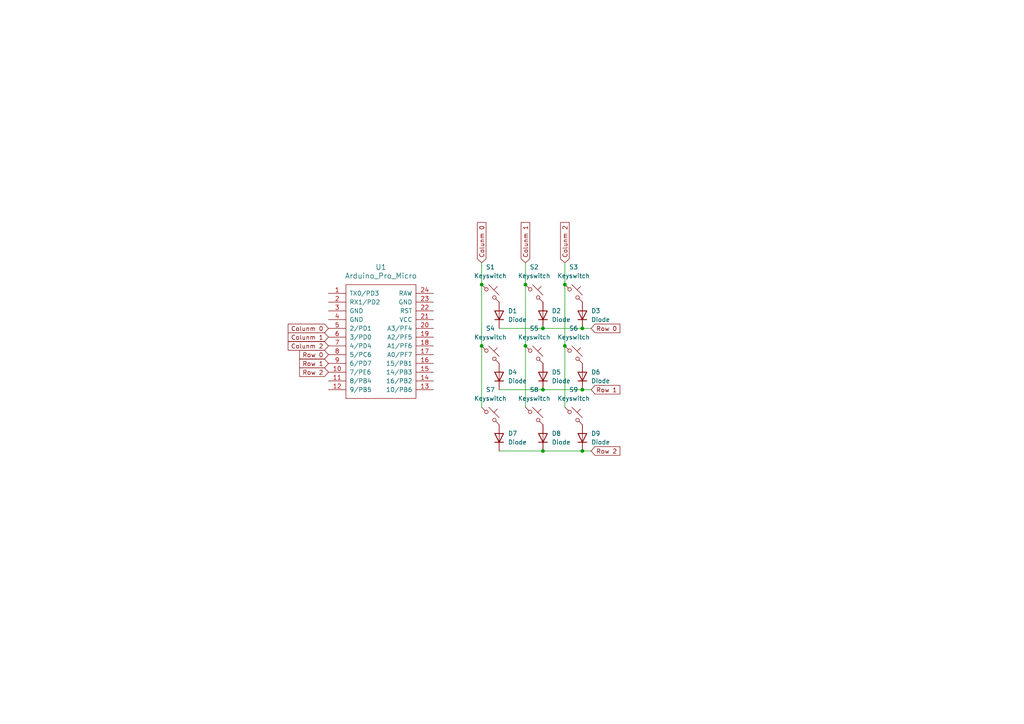
<source format=kicad_sch>
(kicad_sch (version 20231120) (generator "eeschema") (generator_version "8.0")
  (paper "A4")
  (lib_symbols
    (symbol "ScottoKeebs:MCU_Arduino_Pro_Micro" (pin_names (offset 1.016))
      (property "Reference" "U" (at 0 0 0))
      (property "Value" "Arduino_Pro_Micro" (at 0 -19.05 0))
      (symbol "MCU_Arduino_Pro_Micro_0_1"
        (rectangle (start -10.16 16.51) (end 10.16 -16.51))
      )
      (symbol "MCU_Arduino_Pro_Micro_1_1"
        (pin input line (at -15.24 13.97 0) (length 5.08) (name "TX0/PD3") (number "1"))
        (pin input line (at -15.24 -8.89 0) (length 5.08) (name "7/PE6") (number "10"))
        (pin input line (at -15.24 -11.43 0) (length 5.08) (name "8/PB4") (number "11"))
        (pin input line (at -15.24 -13.97 0) (length 5.08) (name "9/PB5") (number "12"))
        (pin input line (at 15.24 -13.97 180) (length 5.08) (name "10/PB6") (number "13"))
        (pin input line (at 15.24 -11.43 180) (length 5.08) (name "16/PB2") (number "14"))
        (pin input line (at 15.24 -8.89 180) (length 5.08) (name "14/PB3") (number "15"))
        (pin input line (at 15.24 -6.35 180) (length 5.08) (name "15/PB1") (number "16"))
        (pin input line (at 15.24 -3.81 180) (length 5.08) (name "A0/PF7") (number "17"))
        (pin input line (at 15.24 -1.27 180) (length 5.08) (name "A1/PF6") (number "18"))
        (pin input line (at 15.24 1.27 180) (length 5.08) (name "A2/PF5") (number "19"))
        (pin input line (at -15.24 11.43 0) (length 5.08) (name "RX1/PD2") (number "2"))
        (pin input line (at 15.24 3.81 180) (length 5.08) (name "A3/PF4") (number "20"))
        (pin input line (at 15.24 6.35 180) (length 5.08) (name "VCC") (number "21"))
        (pin input line (at 15.24 8.89 180) (length 5.08) (name "RST") (number "22"))
        (pin input line (at 15.24 11.43 180) (length 5.08) (name "GND") (number "23"))
        (pin input line (at 15.24 13.97 180) (length 5.08) (name "RAW") (number "24"))
        (pin input line (at -15.24 8.89 0) (length 5.08) (name "GND") (number "3"))
        (pin input line (at -15.24 6.35 0) (length 5.08) (name "GND") (number "4"))
        (pin input line (at -15.24 3.81 0) (length 5.08) (name "2/PD1") (number "5"))
        (pin input line (at -15.24 1.27 0) (length 5.08) (name "3/PD0") (number "6"))
        (pin input line (at -15.24 -1.27 0) (length 5.08) (name "4/PD4") (number "7"))
        (pin input line (at -15.24 -3.81 0) (length 5.08) (name "5/PC6") (number "8"))
        (pin input line (at -15.24 -6.35 0) (length 5.08) (name "6/PD7") (number "9"))
      )
    )
    (symbol "ScottoKeebs:Placeholder_Diode" (pin_numbers hide) (pin_names hide)
      (property "Reference" "D" (at 0 2.54 0))
      (property "Value" "Diode" (at 0 -2.54 0))
      (symbol "Placeholder_Diode_0_1"
        (polyline (pts (xy -1.27 1.27) (xy -1.27 -1.27)) (stroke (width 0.254)))
        (polyline (pts (xy 1.27 0) (xy -1.27 0)))
        (polyline (pts (xy 1.27 1.27) (xy 1.27 -1.27) (xy -1.27 0) (xy 1.27 1.27)) (stroke (width 0.254)))
      )
      (symbol "Placeholder_Diode_1_1"
        (pin passive line (at -3.81 0 0) (length 2.54) (name "K") (number "1"))
        (pin passive line (at 3.81 0 180) (length 2.54) (name "A") (number "2"))
      )
    )
    (symbol "ScottoKeebs:Placeholder_Keyswitch" (pin_numbers hide) (pin_names (offset 1.016) hide)
      (property "Reference" "S" (at 3.048 1.016 0))
      (property "Value" "Keyswitch" (at 0 -3.81 0))
      (symbol "Placeholder_Keyswitch_0_1"
        (circle (center -1.1684 1.1684) (radius 0.508))
        (polyline (pts (xy -0.508 2.54) (xy 2.54 -0.508)))
        (polyline (pts (xy 1.016 1.016) (xy 2.032 2.032)))
        (polyline (pts (xy -2.54 2.54) (xy -1.524 1.524) (xy -1.524 1.524)))
        (polyline (pts (xy 1.524 -1.524) (xy 2.54 -2.54) (xy 2.54 -2.54) (xy 2.54 -2.54)))
        (circle (center 1.143 -1.1938) (radius 0.508))
        (pin passive line (at -2.54 2.54 0) (length 0) (name "1") (number "1"))
        (pin passive line (at 2.54 -2.54 180) (length 0) (name "2") (number "2"))
      )
    )
  )
  (junction (at 168.91 95.25))
  (junction (at 163.83 82.55))
  (junction (at 163.83 100.33))
  (junction (at 139.7 100.33))
  (junction (at 152.4 82.55))
  (junction (at 157.48 95.25))
  (junction (at 139.7 82.55))
  (junction (at 157.48 113.03))
  (junction (at 168.91 130.81))
  (junction (at 152.4 100.33))
  (junction (at 157.48 130.81))
  (junction (at 168.91 113.03))
  (wire (pts (xy 152.4 100.33) (xy 152.4 118.11)))
  (wire (pts (xy 171.45 95.25) (xy 168.91 95.25)))
  (wire (pts (xy 157.48 95.25) (xy 168.91 95.25)))
  (wire (pts (xy 144.78 130.81) (xy 157.48 130.81)))
  (wire (pts (xy 163.83 82.55) (xy 163.83 100.33)))
  (wire (pts (xy 139.7 76.2) (xy 139.7 82.55)))
  (wire (pts (xy 168.91 130.81) (xy 171.45 130.81)))
  (wire (pts (xy 152.4 82.55) (xy 152.4 100.33)))
  (wire (pts (xy 157.48 113.03) (xy 168.91 113.03)))
  (wire (pts (xy 168.91 113.03) (xy 171.45 113.03)))
  (wire (pts (xy 157.48 130.81) (xy 168.91 130.81)))
  (wire (pts (xy 144.78 113.03) (xy 157.48 113.03)))
  (wire (pts (xy 139.7 100.33) (xy 139.7 118.11)))
  (wire (pts (xy 163.83 100.33) (xy 163.83 118.11)))
  (wire (pts (xy 139.7 82.55) (xy 139.7 100.33)))
  (wire (pts (xy 144.78 95.25) (xy 157.48 95.25)))
  (wire (pts (xy 163.83 76.2) (xy 163.83 82.55)))
  (wire (pts (xy 152.4 76.2) (xy 152.4 82.55)))
  (global_label "Colunm 0" (shape input) (at 95.25 95.25 180) (property "Intersheetrefs" "${INTERSHEET_REFS}" (effects (hide yes))))
  (global_label "Colunm 2" (shape input) (at 95.25 100.33 180) (property "Intersheetrefs" "${INTERSHEET_REFS}" (effects (hide yes))))
  (global_label "Colunm 0" (shape input) (at 139.7 76.2 90) (property "Intersheetrefs" "${INTERSHEET_REFS}" (effects (hide yes))))
  (global_label "Row 0" (shape input) (at 171.45 95.25 0) (property "Intersheetrefs" "${INTERSHEET_REFS}" (effects (hide yes))))
  (global_label "Colunm 1" (shape input) (at 152.4 76.2 90) (property "Intersheetrefs" "${INTERSHEET_REFS}" (effects (hide yes))))
  (global_label "Colunm 2" (shape input) (at 163.83 76.2 90) (property "Intersheetrefs" "${INTERSHEET_REFS}" (effects (hide yes))))
  (global_label "Colunm 1" (shape input) (at 95.25 97.79 180) (property "Intersheetrefs" "${INTERSHEET_REFS}" (effects (hide yes))))
  (global_label "Row 0" (shape input) (at 95.25 102.87 180) (property "Intersheetrefs" "${INTERSHEET_REFS}" (effects (hide yes))))
  (global_label "Row 2" (shape input) (at 171.45 130.81 0) (property "Intersheetrefs" "${INTERSHEET_REFS}" (effects (hide yes))))
  (global_label "Row 2" (shape input) (at 95.25 107.95 180) (property "Intersheetrefs" "${INTERSHEET_REFS}" (effects (hide yes))))
  (global_label "Row 1" (shape input) (at 95.25 105.41 180) (property "Intersheetrefs" "${INTERSHEET_REFS}" (effects (hide yes))))
  (global_label "Row 1" (shape input) (at 171.45 113.03 0) (property "Intersheetrefs" "${INTERSHEET_REFS}" (effects (hide yes))))
  (symbol (lib_id "ScottoKeebs:Placeholder_Diode") (at 144.78 109.22 90) (unit 1)
    (property "Reference" "D4" (at 147.32 107.9499 90) (effects (justify right)))
    (property "Value" "Diode" (at 147.32 110.4899 90) (effects (justify right)))
    (property "Footprint" "ScottoKeebs_Components:Diode_SOD-123" (effects (hide yes)))
    (property "Description" "1N4148 (DO-35) or 1N4148W (SOD-123)" (effects (hide yes)))
    (property "Sim.Device" "D" (effects (hide yes)))
    (property "Sim.Pins" "1=K 2=A" (effects (hide yes)))
  )
  (symbol (lib_id "ScottoKeebs:Placeholder_Diode") (at 157.48 91.44 90) (unit 1)
    (property "Reference" "D2" (at 160.02 90.1699 90) (effects (justify right)))
    (property "Value" "Diode" (at 160.02 92.7099 90) (effects (justify right)))
    (property "Footprint" "ScottoKeebs_Components:Diode_SOD-123" (effects (hide yes)))
    (property "Description" "1N4148 (DO-35) or 1N4148W (SOD-123)" (effects (hide yes)))
    (property "Sim.Device" "D" (effects (hide yes)))
    (property "Sim.Pins" "1=K 2=A" (effects (hide yes)))
  )
  (symbol (lib_id "ScottoKeebs:Placeholder_Diode") (at 144.78 127 90) (unit 1)
    (property "Reference" "D7" (at 147.32 125.7299 90) (effects (justify right)))
    (property "Value" "Diode" (at 147.32 128.2699 90) (effects (justify right)))
    (property "Footprint" "ScottoKeebs_Components:Diode_SOD-123" (effects (hide yes)))
    (property "Description" "1N4148 (DO-35) or 1N4148W (SOD-123)" (effects (hide yes)))
    (property "Sim.Device" "D" (effects (hide yes)))
    (property "Sim.Pins" "1=K 2=A" (effects (hide yes)))
  )
  (symbol (lib_id "ScottoKeebs:Placeholder_Keyswitch") (at 142.24 102.87 0) (unit 1)
    (property "Reference" "S4" (at 142.24 95.25 0))
    (property "Value" "Keyswitch" (at 142.24 97.79 0))
    (property "Footprint" "ScottoKeebs_MX:MX_PCB_1.00u" (effects (hide yes)))
    (property "Description" "Push button switch, normally open, two pins, 45° tilted" (effects (hide yes)))
  )
  (symbol (lib_id "ScottoKeebs:Placeholder_Keyswitch") (at 154.94 85.09 0) (unit 1)
    (property "Reference" "S2" (at 154.94 77.47 0))
    (property "Value" "Keyswitch" (at 154.94 80.01 0))
    (property "Footprint" "ScottoKeebs_MX:MX_PCB_1.00u" (effects (hide yes)))
    (property "Description" "Push button switch, normally open, two pins, 45° tilted" (effects (hide yes)))
  )
  (symbol (lib_id "ScottoKeebs:Placeholder_Diode") (at 168.91 109.22 90) (unit 1)
    (property "Reference" "D6" (at 171.45 107.9499 90) (effects (justify right)))
    (property "Value" "Diode" (at 171.45 110.4899 90) (effects (justify right)))
    (property "Footprint" "ScottoKeebs_Components:Diode_SOD-123" (effects (hide yes)))
    (property "Description" "1N4148 (DO-35) or 1N4148W (SOD-123)" (effects (hide yes)))
    (property "Sim.Device" "D" (effects (hide yes)))
    (property "Sim.Pins" "1=K 2=A" (effects (hide yes)))
  )
  (symbol (lib_id "ScottoKeebs:Placeholder_Keyswitch") (at 142.24 120.65 0) (unit 1)
    (property "Reference" "S7" (at 142.24 113.03 0))
    (property "Value" "Keyswitch" (at 142.24 115.57 0))
    (property "Footprint" "ScottoKeebs_MX:MX_PCB_1.00u" (effects (hide yes)))
    (property "Description" "Push button switch, normally open, two pins, 45° tilted" (effects (hide yes)))
  )
  (symbol (lib_id "ScottoKeebs:Placeholder_Diode") (at 157.48 127 90) (unit 1)
    (property "Reference" "D8" (at 160.02 125.7299 90) (effects (justify right)))
    (property "Value" "Diode" (at 160.02 128.2699 90) (effects (justify right)))
    (property "Footprint" "ScottoKeebs_Components:Diode_SOD-123" (effects (hide yes)))
    (property "Description" "1N4148 (DO-35) or 1N4148W (SOD-123)" (effects (hide yes)))
    (property "Sim.Device" "D" (effects (hide yes)))
    (property "Sim.Pins" "1=K 2=A" (effects (hide yes)))
  )
  (symbol (lib_id "ScottoKeebs:Placeholder_Keyswitch") (at 166.37 120.65 0) (unit 1)
    (property "Reference" "S9" (at 166.37 113.03 0))
    (property "Value" "Keyswitch" (at 166.37 115.57 0))
    (property "Footprint" "ScottoKeebs_MX:MX_PCB_1.00u" (effects (hide yes)))
    (property "Description" "Push button switch, normally open, two pins, 45° tilted" (effects (hide yes)))
  )
  (symbol (lib_id "ScottoKeebs:Placeholder_Keyswitch") (at 154.94 120.65 0) (unit 1)
    (property "Reference" "S8" (at 154.94 113.03 0))
    (property "Value" "Keyswitch" (at 154.94 115.57 0))
    (property "Footprint" "ScottoKeebs_MX:MX_PCB_1.00u" (effects (hide yes)))
    (property "Description" "Push button switch, normally open, two pins, 45° tilted" (effects (hide yes)))
  )
  (symbol (lib_id "ScottoKeebs:MCU_Arduino_Pro_Micro") (at 110.49 99.06 0) (unit 1)
    (property "Reference" "U1" (at 110.49 77.47 0) (effects (font (size 1.524 1.524))))
    (property "Value" "Arduino_Pro_Micro" (at 110.49 80.01 0) (effects (font (size 1.524 1.524))))
    (property "Footprint" "ScottoKeebs_MCU:Arduino_Pro_Micro" (effects (hide yes)))
  )
  (symbol (lib_id "ScottoKeebs:Placeholder_Keyswitch") (at 142.24 85.09 0) (unit 1)
    (property "Reference" "S1" (at 142.24 77.47 0))
    (property "Value" "Keyswitch" (at 142.24 80.01 0))
    (property "Footprint" "ScottoKeebs_MX:MX_PCB_1.00u" (effects (hide yes)))
    (property "Description" "Push button switch, normally open, two pins, 45° tilted" (effects (hide yes)))
  )
  (symbol (lib_id "ScottoKeebs:Placeholder_Diode") (at 144.78 91.44 90) (unit 1)
    (property "Reference" "D1" (at 147.32 90.1699 90) (effects (justify right)))
    (property "Value" "Diode" (at 147.32 92.7099 90) (effects (justify right)))
    (property "Footprint" "ScottoKeebs_Components:Diode_SOD-123" (effects (hide yes)))
    (property "Description" "1N4148 (DO-35) or 1N4148W (SOD-123)" (effects (hide yes)))
    (property "Sim.Device" "D" (effects (hide yes)))
    (property "Sim.Pins" "1=K 2=A" (effects (hide yes)))
  )
  (symbol (lib_id "ScottoKeebs:Placeholder_Diode") (at 168.91 127 90) (unit 1)
    (property "Reference" "D9" (at 171.45 125.7299 90) (effects (justify right)))
    (property "Value" "Diode" (at 171.45 128.2699 90) (effects (justify right)))
    (property "Footprint" "ScottoKeebs_Components:Diode_SOD-123" (effects (hide yes)))
    (property "Description" "1N4148 (DO-35) or 1N4148W (SOD-123)" (effects (hide yes)))
    (property "Sim.Device" "D" (effects (hide yes)))
    (property "Sim.Pins" "1=K 2=A" (effects (hide yes)))
  )
  (symbol (lib_id "ScottoKeebs:Placeholder_Diode") (at 157.48 109.22 90) (unit 1)
    (property "Reference" "D5" (at 160.02 107.9499 90) (effects (justify right)))
    (property "Value" "Diode" (at 160.02 110.4899 90) (effects (justify right)))
    (property "Footprint" "ScottoKeebs_Components:Diode_SOD-123" (effects (hide yes)))
    (property "Description" "1N4148 (DO-35) or 1N4148W (SOD-123)" (effects (hide yes)))
    (property "Sim.Device" "D" (effects (hide yes)))
    (property "Sim.Pins" "1=K 2=A" (effects (hide yes)))
  )
  (symbol (lib_id "ScottoKeebs:Placeholder_Keyswitch") (at 154.94 102.87 0) (unit 1)
    (property "Reference" "S5" (at 154.94 95.25 0))
    (property "Value" "Keyswitch" (at 154.94 97.79 0))
    (property "Footprint" "ScottoKeebs_MX:MX_PCB_1.00u" (effects (hide yes)))
    (property "Description" "Push button switch, normally open, two pins, 45° tilted" (effects (hide yes)))
  )
  (symbol (lib_id "ScottoKeebs:Placeholder_Keyswitch") (at 166.37 102.87 0) (unit 1)
    (property "Reference" "S6" (at 166.37 95.25 0))
    (property "Value" "Keyswitch" (at 166.37 97.79 0))
    (property "Footprint" "ScottoKeebs_MX:MX_PCB_1.00u" (effects (hide yes)))
    (property "Description" "Push button switch, normally open, two pins, 45° tilted" (effects (hide yes)))
  )
  (symbol (lib_id "ScottoKeebs:Placeholder_Diode") (at 168.91 91.44 90) (unit 1)
    (property "Reference" "D3" (at 171.45 90.1699 90) (effects (justify right)))
    (property "Value" "Diode" (at 171.45 92.7099 90) (effects (justify right)))
    (property "Footprint" "ScottoKeebs_Components:Diode_SOD-123" (effects (hide yes)))
    (property "Description" "1N4148 (DO-35) or 1N4148W (SOD-123)" (effects (hide yes)))
    (property "Sim.Device" "D" (effects (hide yes)))
    (property "Sim.Pins" "1=K 2=A" (effects (hide yes)))
  )
  (symbol (lib_id "ScottoKeebs:Placeholder_Keyswitch") (at 166.37 85.09 0) (unit 1)
    (property "Reference" "S3" (at 166.37 77.47 0))
    (property "Value" "Keyswitch" (at 166.37 80.01 0))
    (property "Footprint" "ScottoKeebs_MX:MX_PCB_1.00u" (effects (hide yes)))
    (property "Description" "Push button switch, normally open, two pins, 45° tilted" (effects (hide yes)))
  )
)
</source>
